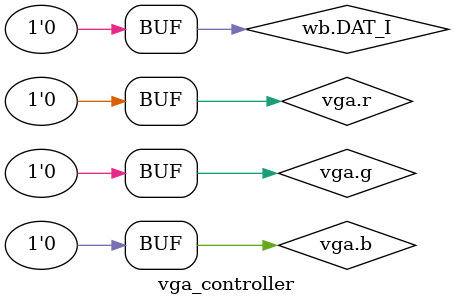
<source format=sv>
module vga_controller
(
    WB4.slave wb,
    VGA.output_int vga
);
parameter FREQ = 50000000;
parameter HEIGHT = 640;
parameter WIDTH = 480;
parameter ADDR_WIDTH = $clog2(HEIGHT*WIDTH)-1;

reg [7:0] frame_buffer [2**ADDR_WIDTH-1:0];

assign wb.DAT_I = 32'h0;

always@(negedge wb.clk)
begin
  if(wb.STB & wb.CYC)
  begin
      wb.ACK = 1'b1;
      if(wb.WE)
      begin
          frame_buffer [wb.ADR[15:2]] = wb.DAT_O;
          $display("VGA WRITE %x", wb.DAT_O);
      end
  end
  else
  begin
      wb.ACK = 1'b0;
  end
end


//Horizontal Timing
//Scanline part	    Pixels	Time [µs]
//Visible area	    640	    25.422045680238
//Front porch	    16	    0.63555114200596
//Sync pulse	    96	    3.8133068520357
//Back porch	    48	    1.9066534260179
//Whole line	    800	    31.777557100298
//640x480

//Vertical timing (frame)
//Polarity of vertical sync pulse is negative.
//Frame part	Lines	Time [ms]
//Visible area	480	    15.253227408143
//Front porch	10	    0.31777557100298
//Sync pulse	2	    0.063555114200596
//Back porch	33	    1.0486593843098
//Whole frame	525	    16.683217477656

reg [9:0] horizontal_counter;
reg [9:0] vertical_counter;

//always@(negedge wb.clk)
//begin
//    {vga.r, vga.g, vga.b} = frame_buffer [horizontal_counter*vertical_counter];
//end
assign {vga.r, vga.g, vga.b} = 3'b000;


//Increment counter
always@(posedge wb.clk)
begin
    if(horizontal_counter == 800)
    begin
        horizontal_counter = 0;
        if(vertical_counter == 525)
        begin
            vertical_counter = 0;
        end
        else
        begin
            vertical_counter = vertical_counter + 1;        
        end
    end
    else
    begin
        horizontal_counter = horizontal_counter + 1;    
    end
end

always_comb
begin
    if((horizontal_counter >= 656) & (horizontal_counter <= 656 + 96))
    begin
        vga.h_sync = 1'b0;
    end
    else
    begin
        vga.h_sync = 1'b1;
    end
end

always_comb
begin
    if((vertical_counter >= 480 + 10) & (vertical_counter <= 480 + 10 + 2))
    begin
        vga.v_sync = 1'b0;
    end
    else
    begin
        vga.v_sync = 1'b1;
    end
end


endmodule
</source>
